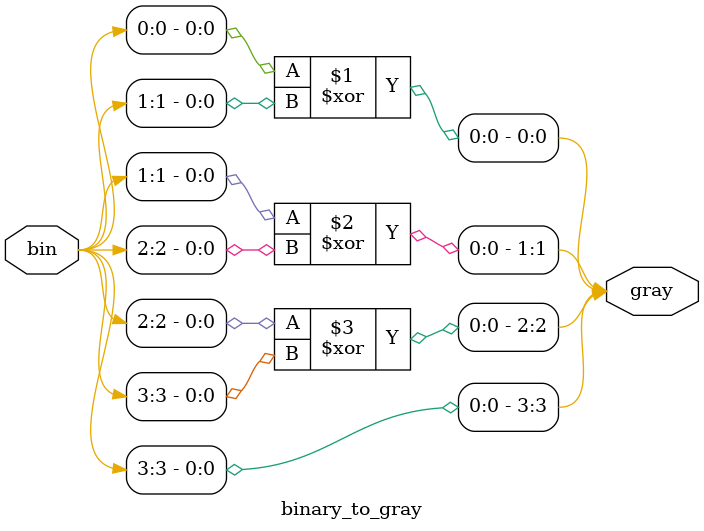
<source format=v>
`timescale 1ns / 1ps

module binary_to_gray #(parameter N = 4)(
    input [N-1:0] bin,
    output [N-1:0] gray
    );
   
genvar i;

    assign gray[N-1] = bin[N-1];
    for (i=0;i<N-1;i=i+1) begin
        assign gray[i] = bin[i] ^ bin[i+1];
    end

endmodule

</source>
